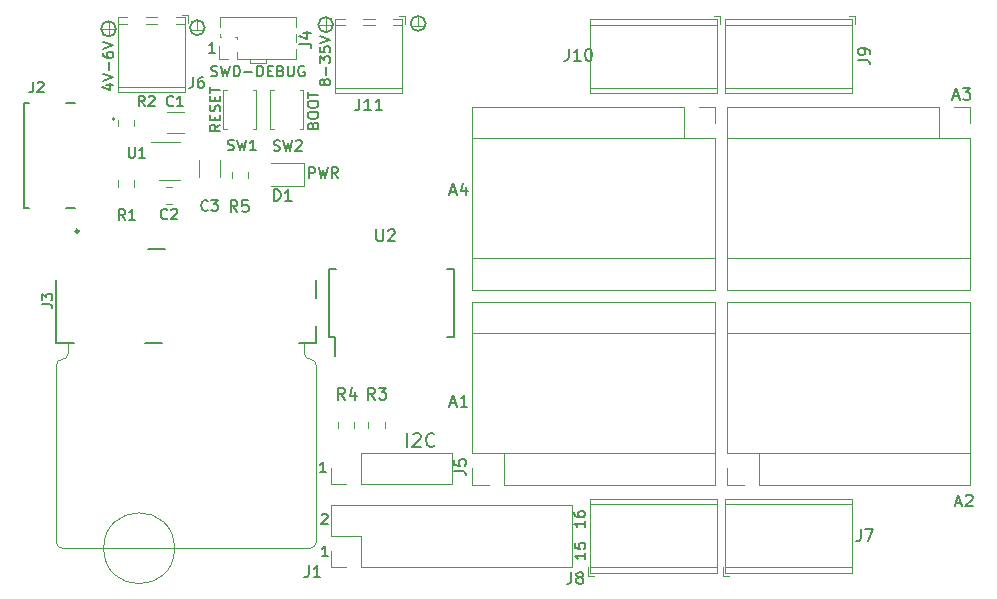
<source format=gbr>
G04 #@! TF.GenerationSoftware,KiCad,Pcbnew,(5.1.8)-1*
G04 #@! TF.CreationDate,2020-12-27T14:08:24+01:00*
G04 #@! TF.ProjectId,mmStep,6d6d5374-6570-42e6-9b69-6361645f7063,rev?*
G04 #@! TF.SameCoordinates,Original*
G04 #@! TF.FileFunction,Legend,Top*
G04 #@! TF.FilePolarity,Positive*
%FSLAX46Y46*%
G04 Gerber Fmt 4.6, Leading zero omitted, Abs format (unit mm)*
G04 Created by KiCad (PCBNEW (5.1.8)-1) date 2020-12-27 14:08:24*
%MOMM*%
%LPD*%
G01*
G04 APERTURE LIST*
%ADD10C,0.152400*%
%ADD11C,0.120000*%
%ADD12C,0.127000*%
%ADD13C,0.150000*%
%ADD14C,0.250000*%
%ADD15C,0.200000*%
G04 APERTURE END LIST*
D10*
X16205200Y-3551766D02*
X15697200Y-3551766D01*
X15951200Y-3551766D02*
X15951200Y-2662766D01*
X15866533Y-2789766D01*
X15781866Y-2874433D01*
X15697200Y-2916766D01*
X25196800Y-42676233D02*
X25239133Y-42633900D01*
X25323800Y-42591566D01*
X25535466Y-42591566D01*
X25620133Y-42633900D01*
X25662466Y-42676233D01*
X25704800Y-42760900D01*
X25704800Y-42845566D01*
X25662466Y-42972566D01*
X25154466Y-43480566D01*
X25704800Y-43480566D01*
X32463014Y-36889871D02*
X32463014Y-35746871D01*
X32952871Y-35855728D02*
X33007300Y-35801300D01*
X33116157Y-35746871D01*
X33388300Y-35746871D01*
X33497157Y-35801300D01*
X33551585Y-35855728D01*
X33606014Y-35964585D01*
X33606014Y-36073442D01*
X33551585Y-36236728D01*
X32898442Y-36889871D01*
X33606014Y-36889871D01*
X34749014Y-36781014D02*
X34694585Y-36835442D01*
X34531300Y-36889871D01*
X34422442Y-36889871D01*
X34259157Y-36835442D01*
X34150300Y-36726585D01*
X34095871Y-36617728D01*
X34041442Y-36400014D01*
X34041442Y-36236728D01*
X34095871Y-36019014D01*
X34150300Y-35910157D01*
X34259157Y-35801300D01*
X34422442Y-35746871D01*
X34531300Y-35746871D01*
X34694585Y-35801300D01*
X34749014Y-35855728D01*
X25446566Y-6129866D02*
X25404233Y-6214533D01*
X25361900Y-6256866D01*
X25277233Y-6299200D01*
X25234900Y-6299200D01*
X25150233Y-6256866D01*
X25107900Y-6214533D01*
X25065566Y-6129866D01*
X25065566Y-5960533D01*
X25107900Y-5875866D01*
X25150233Y-5833533D01*
X25234900Y-5791200D01*
X25277233Y-5791200D01*
X25361900Y-5833533D01*
X25404233Y-5875866D01*
X25446566Y-5960533D01*
X25446566Y-6129866D01*
X25488900Y-6214533D01*
X25531233Y-6256866D01*
X25615900Y-6299200D01*
X25785233Y-6299200D01*
X25869900Y-6256866D01*
X25912233Y-6214533D01*
X25954566Y-6129866D01*
X25954566Y-5960533D01*
X25912233Y-5875866D01*
X25869900Y-5833533D01*
X25785233Y-5791200D01*
X25615900Y-5791200D01*
X25531233Y-5833533D01*
X25488900Y-5875866D01*
X25446566Y-5960533D01*
X25615900Y-5410200D02*
X25615900Y-4732866D01*
X25065566Y-4394200D02*
X25065566Y-3843866D01*
X25404233Y-4140200D01*
X25404233Y-4013200D01*
X25446566Y-3928533D01*
X25488900Y-3886200D01*
X25573566Y-3843866D01*
X25785233Y-3843866D01*
X25869900Y-3886200D01*
X25912233Y-3928533D01*
X25954566Y-4013200D01*
X25954566Y-4267200D01*
X25912233Y-4351866D01*
X25869900Y-4394200D01*
X25065566Y-3039533D02*
X25065566Y-3462866D01*
X25488900Y-3505200D01*
X25446566Y-3462866D01*
X25404233Y-3378200D01*
X25404233Y-3166533D01*
X25446566Y-3081866D01*
X25488900Y-3039533D01*
X25573566Y-2997200D01*
X25785233Y-2997200D01*
X25869900Y-3039533D01*
X25912233Y-3081866D01*
X25954566Y-3166533D01*
X25954566Y-3378200D01*
X25912233Y-3462866D01*
X25869900Y-3505200D01*
X25065566Y-2743200D02*
X25954566Y-2446866D01*
X25065566Y-2150533D01*
D11*
X24917400Y-1168400D02*
X26187400Y-1168400D01*
D12*
X26187400Y-1168400D02*
G75*
G03*
X26187400Y-1168400I-635000J0D01*
G01*
D11*
X25552400Y-533400D02*
X25552400Y-1778000D01*
X32766000Y-1270000D02*
X33934400Y-1270000D01*
D12*
X34010600Y-1066800D02*
G75*
G03*
X34010600Y-1066800I-635000J0D01*
G01*
D11*
X33375600Y-431800D02*
X33375600Y-1270000D01*
D10*
X25603200Y-39060966D02*
X25095200Y-39060966D01*
X25349200Y-39060966D02*
X25349200Y-38171966D01*
X25264533Y-38298966D01*
X25179866Y-38383633D01*
X25095200Y-38425966D01*
X47493766Y-43196933D02*
X47493766Y-43704933D01*
X47493766Y-43450933D02*
X46604766Y-43450933D01*
X46731766Y-43535600D01*
X46816433Y-43620266D01*
X46858766Y-43704933D01*
X46604766Y-42434933D02*
X46604766Y-42604266D01*
X46647100Y-42688933D01*
X46689433Y-42731266D01*
X46816433Y-42815933D01*
X46985766Y-42858266D01*
X47324433Y-42858266D01*
X47409100Y-42815933D01*
X47451433Y-42773600D01*
X47493766Y-42688933D01*
X47493766Y-42519600D01*
X47451433Y-42434933D01*
X47409100Y-42392600D01*
X47324433Y-42350266D01*
X47112766Y-42350266D01*
X47028100Y-42392600D01*
X46985766Y-42434933D01*
X46943433Y-42519600D01*
X46943433Y-42688933D01*
X46985766Y-42773600D01*
X47028100Y-42815933D01*
X47112766Y-42858266D01*
X47544566Y-45889333D02*
X47544566Y-46397333D01*
X47544566Y-46143333D02*
X46655566Y-46143333D01*
X46782566Y-46228000D01*
X46867233Y-46312666D01*
X46909566Y-46397333D01*
X46655566Y-45085000D02*
X46655566Y-45508333D01*
X47078900Y-45550666D01*
X47036566Y-45508333D01*
X46994233Y-45423666D01*
X46994233Y-45212000D01*
X47036566Y-45127333D01*
X47078900Y-45085000D01*
X47163566Y-45042666D01*
X47375233Y-45042666D01*
X47459900Y-45085000D01*
X47502233Y-45127333D01*
X47544566Y-45212000D01*
X47544566Y-45423666D01*
X47502233Y-45508333D01*
X47459900Y-45550666D01*
X25704800Y-46172966D02*
X25196800Y-46172966D01*
X25450800Y-46172966D02*
X25450800Y-45283966D01*
X25366133Y-45410966D01*
X25281466Y-45495633D01*
X25196800Y-45537966D01*
X24163866Y-14118166D02*
X24163866Y-13229166D01*
X24502533Y-13229166D01*
X24587200Y-13271500D01*
X24629533Y-13313833D01*
X24671866Y-13398500D01*
X24671866Y-13525500D01*
X24629533Y-13610166D01*
X24587200Y-13652500D01*
X24502533Y-13694833D01*
X24163866Y-13694833D01*
X24968200Y-13229166D02*
X25179866Y-14118166D01*
X25349200Y-13483166D01*
X25518533Y-14118166D01*
X25730200Y-13229166D01*
X26576866Y-14118166D02*
X26280533Y-13694833D01*
X26068866Y-14118166D02*
X26068866Y-13229166D01*
X26407533Y-13229166D01*
X26492200Y-13271500D01*
X26534533Y-13313833D01*
X26576866Y-13398500D01*
X26576866Y-13525500D01*
X26534533Y-13610166D01*
X26492200Y-13652500D01*
X26407533Y-13694833D01*
X26068866Y-13694833D01*
D11*
X6527800Y-1524000D02*
X7797800Y-1524000D01*
X7162800Y-889000D02*
X7162800Y-2133600D01*
D12*
X7797800Y-1524000D02*
G75*
G03*
X7797800Y-1524000I-635000J0D01*
G01*
D11*
X14681200Y-787400D02*
X14681200Y-1625600D01*
X14071600Y-1625600D02*
X15240000Y-1625600D01*
D12*
X15316200Y-1422400D02*
G75*
G03*
X15316200Y-1422400I-635000J0D01*
G01*
D10*
X24472900Y-9690100D02*
X24515233Y-9563100D01*
X24557566Y-9520766D01*
X24642233Y-9478433D01*
X24769233Y-9478433D01*
X24853900Y-9520766D01*
X24896233Y-9563100D01*
X24938566Y-9647766D01*
X24938566Y-9986433D01*
X24049566Y-9986433D01*
X24049566Y-9690100D01*
X24091900Y-9605433D01*
X24134233Y-9563100D01*
X24218900Y-9520766D01*
X24303566Y-9520766D01*
X24388233Y-9563100D01*
X24430566Y-9605433D01*
X24472900Y-9690100D01*
X24472900Y-9986433D01*
X24049566Y-8928100D02*
X24049566Y-8758766D01*
X24091900Y-8674100D01*
X24176566Y-8589433D01*
X24345900Y-8547100D01*
X24642233Y-8547100D01*
X24811566Y-8589433D01*
X24896233Y-8674100D01*
X24938566Y-8758766D01*
X24938566Y-8928100D01*
X24896233Y-9012766D01*
X24811566Y-9097433D01*
X24642233Y-9139766D01*
X24345900Y-9139766D01*
X24176566Y-9097433D01*
X24091900Y-9012766D01*
X24049566Y-8928100D01*
X24049566Y-7996766D02*
X24049566Y-7827433D01*
X24091900Y-7742766D01*
X24176566Y-7658100D01*
X24345900Y-7615766D01*
X24642233Y-7615766D01*
X24811566Y-7658100D01*
X24896233Y-7742766D01*
X24938566Y-7827433D01*
X24938566Y-7996766D01*
X24896233Y-8081433D01*
X24811566Y-8166100D01*
X24642233Y-8208433D01*
X24345900Y-8208433D01*
X24176566Y-8166100D01*
X24091900Y-8081433D01*
X24049566Y-7996766D01*
X24049566Y-7361766D02*
X24049566Y-6853766D01*
X24938566Y-7107766D02*
X24049566Y-7107766D01*
X16607366Y-9622366D02*
X16184033Y-9918699D01*
X16607366Y-10130366D02*
X15718366Y-10130366D01*
X15718366Y-9791699D01*
X15760700Y-9707033D01*
X15803033Y-9664699D01*
X15887700Y-9622366D01*
X16014700Y-9622366D01*
X16099366Y-9664699D01*
X16141700Y-9707033D01*
X16184033Y-9791699D01*
X16184033Y-10130366D01*
X16141700Y-9241366D02*
X16141700Y-8945033D01*
X16607366Y-8818033D02*
X16607366Y-9241366D01*
X15718366Y-9241366D01*
X15718366Y-8818033D01*
X16565033Y-8479366D02*
X16607366Y-8352366D01*
X16607366Y-8140700D01*
X16565033Y-8056033D01*
X16522700Y-8013700D01*
X16438033Y-7971366D01*
X16353366Y-7971366D01*
X16268700Y-8013700D01*
X16226366Y-8056033D01*
X16184033Y-8140700D01*
X16141700Y-8310033D01*
X16099366Y-8394700D01*
X16057033Y-8437033D01*
X15972366Y-8479366D01*
X15887700Y-8479366D01*
X15803033Y-8437033D01*
X15760700Y-8394700D01*
X15718366Y-8310033D01*
X15718366Y-8098366D01*
X15760700Y-7971366D01*
X16141700Y-7590366D02*
X16141700Y-7294033D01*
X16607366Y-7167033D02*
X16607366Y-7590366D01*
X15718366Y-7590366D01*
X15718366Y-7167033D01*
X15718366Y-6913033D02*
X15718366Y-6405033D01*
X16607366Y-6659033D02*
X15718366Y-6659033D01*
D11*
X20523200Y-4419600D02*
X20523200Y-4114800D01*
X19151600Y-4419600D02*
X20523200Y-4419600D01*
X19151600Y-4114800D02*
X19151600Y-4419600D01*
D10*
X6972300Y-6239933D02*
X7564966Y-6239933D01*
X6633633Y-6451600D02*
X7268633Y-6663266D01*
X7268633Y-6112933D01*
X6675966Y-5901266D02*
X7564966Y-5604933D01*
X6675966Y-5308600D01*
X7226300Y-5012266D02*
X7226300Y-4334933D01*
X6675966Y-3530600D02*
X6675966Y-3699933D01*
X6718300Y-3784600D01*
X6760633Y-3826933D01*
X6887633Y-3911600D01*
X7056966Y-3953933D01*
X7395633Y-3953933D01*
X7480300Y-3911600D01*
X7522633Y-3869266D01*
X7564966Y-3784600D01*
X7564966Y-3615266D01*
X7522633Y-3530600D01*
X7480300Y-3488266D01*
X7395633Y-3445933D01*
X7183966Y-3445933D01*
X7099300Y-3488266D01*
X7056966Y-3530600D01*
X7014633Y-3615266D01*
X7014633Y-3784600D01*
X7056966Y-3869266D01*
X7099300Y-3911600D01*
X7183966Y-3953933D01*
X6675966Y-3191933D02*
X7564966Y-2895600D01*
X6675966Y-2599266D01*
D13*
X15853833Y-5490633D02*
X15980833Y-5532966D01*
X16192500Y-5532966D01*
X16277166Y-5490633D01*
X16319500Y-5448300D01*
X16361833Y-5363633D01*
X16361833Y-5278966D01*
X16319500Y-5194300D01*
X16277166Y-5151966D01*
X16192500Y-5109633D01*
X16023166Y-5067300D01*
X15938500Y-5024966D01*
X15896166Y-4982633D01*
X15853833Y-4897966D01*
X15853833Y-4813300D01*
X15896166Y-4728633D01*
X15938500Y-4686300D01*
X16023166Y-4643966D01*
X16234833Y-4643966D01*
X16361833Y-4686300D01*
X16658166Y-4643966D02*
X16869833Y-5532966D01*
X17039166Y-4897966D01*
X17208500Y-5532966D01*
X17420166Y-4643966D01*
X17758833Y-5532966D02*
X17758833Y-4643966D01*
X17970500Y-4643966D01*
X18097500Y-4686300D01*
X18182166Y-4770966D01*
X18224500Y-4855633D01*
X18266833Y-5024966D01*
X18266833Y-5151966D01*
X18224500Y-5321300D01*
X18182166Y-5405966D01*
X18097500Y-5490633D01*
X17970500Y-5532966D01*
X17758833Y-5532966D01*
X18647833Y-5194300D02*
X19325166Y-5194300D01*
X19748500Y-5532966D02*
X19748500Y-4643966D01*
X19960166Y-4643966D01*
X20087166Y-4686300D01*
X20171833Y-4770966D01*
X20214166Y-4855633D01*
X20256500Y-5024966D01*
X20256500Y-5151966D01*
X20214166Y-5321300D01*
X20171833Y-5405966D01*
X20087166Y-5490633D01*
X19960166Y-5532966D01*
X19748500Y-5532966D01*
X20637500Y-5067300D02*
X20933833Y-5067300D01*
X21060833Y-5532966D02*
X20637500Y-5532966D01*
X20637500Y-4643966D01*
X21060833Y-4643966D01*
X21738166Y-5067300D02*
X21865166Y-5109633D01*
X21907500Y-5151966D01*
X21949833Y-5236633D01*
X21949833Y-5363633D01*
X21907500Y-5448300D01*
X21865166Y-5490633D01*
X21780500Y-5532966D01*
X21441833Y-5532966D01*
X21441833Y-4643966D01*
X21738166Y-4643966D01*
X21822833Y-4686300D01*
X21865166Y-4728633D01*
X21907500Y-4813300D01*
X21907500Y-4897966D01*
X21865166Y-4982633D01*
X21822833Y-5024966D01*
X21738166Y-5067300D01*
X21441833Y-5067300D01*
X22330833Y-4643966D02*
X22330833Y-5363633D01*
X22373166Y-5448300D01*
X22415500Y-5490633D01*
X22500166Y-5532966D01*
X22669500Y-5532966D01*
X22754166Y-5490633D01*
X22796500Y-5448300D01*
X22838833Y-5363633D01*
X22838833Y-4643966D01*
X23727833Y-4686300D02*
X23643166Y-4643966D01*
X23516166Y-4643966D01*
X23389166Y-4686300D01*
X23304500Y-4770966D01*
X23262166Y-4855633D01*
X23219833Y-5024966D01*
X23219833Y-5151966D01*
X23262166Y-5321300D01*
X23304500Y-5405966D01*
X23389166Y-5490633D01*
X23516166Y-5532966D01*
X23600833Y-5532966D01*
X23727833Y-5490633D01*
X23770166Y-5448300D01*
X23770166Y-5151966D01*
X23600833Y-5151966D01*
D11*
X3753600Y-29000000D02*
G75*
G02*
X3253600Y-29500000I-500000J0D01*
G01*
X2753600Y-30000000D02*
G75*
G02*
X3253600Y-29500000I500000J0D01*
G01*
X24253600Y-29500000D02*
G75*
G02*
X23753600Y-29000000I0J500000D01*
G01*
X24253600Y-29500000D02*
G75*
G02*
X24753600Y-30000000I0J-500000D01*
G01*
X3253600Y-45500000D02*
G75*
G02*
X2753600Y-45000000I0J500000D01*
G01*
X24753600Y-45000000D02*
G75*
G02*
X24253600Y-45500000I-500000J0D01*
G01*
D14*
X4628600Y-18655000D02*
G75*
G03*
X4628600Y-18655000I-125000J0D01*
G01*
D13*
X10528600Y-20155000D02*
X11978600Y-20155000D01*
X24753600Y-28105000D02*
X24753600Y-26680000D01*
X24753600Y-24330000D02*
X24753600Y-22755000D01*
X2753600Y-28105000D02*
X4228600Y-28105000D01*
X10278600Y-28105000D02*
X11728600Y-28105000D01*
X23278600Y-28105000D02*
X24753600Y-28105000D01*
X2753600Y-28105000D02*
X2753600Y-22755000D01*
D11*
X3753600Y-29000000D02*
X3753600Y-28100000D01*
X12753600Y-45500000D02*
G75*
G03*
X12753600Y-45500000I-3000000J0D01*
G01*
X3253600Y-45500000D02*
X24253600Y-45500000D01*
X24753600Y-45000000D02*
X24753600Y-30000000D01*
X23753600Y-29000000D02*
X23753600Y-28100000D01*
X2753600Y-45000000D02*
X2753600Y-30000000D01*
X58550000Y-20955000D02*
X37970000Y-20955000D01*
X55880000Y-10795000D02*
X37970000Y-10795000D01*
X58550000Y-9525000D02*
X58550000Y-8125000D01*
X58550000Y-8125000D02*
X57150000Y-8125000D01*
X58550000Y-10795000D02*
X55880000Y-10795000D01*
X55880000Y-10795000D02*
X55880000Y-8125000D01*
X55880000Y-8125000D02*
X37970000Y-8125000D01*
X37970000Y-8125000D02*
X37970000Y-23625000D01*
X37970000Y-23625000D02*
X58550000Y-23625000D01*
X58550000Y-23625000D02*
X58550000Y-10795000D01*
X80140000Y-20955000D02*
X59560000Y-20955000D01*
X77470000Y-10795000D02*
X59560000Y-10795000D01*
X80140000Y-9525000D02*
X80140000Y-8125000D01*
X80140000Y-8125000D02*
X78740000Y-8125000D01*
X80140000Y-10795000D02*
X77470000Y-10795000D01*
X77470000Y-10795000D02*
X77470000Y-8125000D01*
X77470000Y-8125000D02*
X59560000Y-8125000D01*
X59560000Y-8125000D02*
X59560000Y-23625000D01*
X59560000Y-23625000D02*
X80140000Y-23625000D01*
X80140000Y-23625000D02*
X80140000Y-10795000D01*
X37970000Y-27305000D02*
X58550000Y-27305000D01*
X40640000Y-37465000D02*
X58550000Y-37465000D01*
X37970000Y-38735000D02*
X37970000Y-40135000D01*
X37970000Y-40135000D02*
X39370000Y-40135000D01*
X37970000Y-37465000D02*
X40640000Y-37465000D01*
X40640000Y-37465000D02*
X40640000Y-40135000D01*
X40640000Y-40135000D02*
X58550000Y-40135000D01*
X58550000Y-40135000D02*
X58550000Y-24635000D01*
X58550000Y-24635000D02*
X37970000Y-24635000D01*
X37970000Y-24635000D02*
X37970000Y-37465000D01*
X59560000Y-27305000D02*
X80140000Y-27305000D01*
X62230000Y-37465000D02*
X80140000Y-37465000D01*
X59560000Y-38735000D02*
X59560000Y-40135000D01*
X59560000Y-40135000D02*
X60960000Y-40135000D01*
X59560000Y-37465000D02*
X62230000Y-37465000D01*
X62230000Y-37465000D02*
X62230000Y-40135000D01*
X62230000Y-40135000D02*
X80140000Y-40135000D01*
X80140000Y-40135000D02*
X80140000Y-24635000D01*
X80140000Y-24635000D02*
X59560000Y-24635000D01*
X59560000Y-24635000D02*
X59560000Y-37465000D01*
X26569600Y-35322252D02*
X26569600Y-34799748D01*
X27989600Y-35322252D02*
X27989600Y-34799748D01*
X29160400Y-35322252D02*
X29160400Y-34799748D01*
X30580400Y-35322252D02*
X30580400Y-34799748D01*
X36255000Y-40065000D02*
X36255000Y-37405000D01*
X28575000Y-40065000D02*
X36255000Y-40065000D01*
X28575000Y-37405000D02*
X36255000Y-37405000D01*
X28575000Y-40065000D02*
X28575000Y-37405000D01*
X27305000Y-40065000D02*
X25975000Y-40065000D01*
X25975000Y-40065000D02*
X25975000Y-38735000D01*
X46415000Y-47050000D02*
X46415000Y-41850000D01*
X28575000Y-47050000D02*
X46415000Y-47050000D01*
X25975000Y-41850000D02*
X46415000Y-41850000D01*
X28575000Y-47050000D02*
X28575000Y-44450000D01*
X28575000Y-44450000D02*
X25975000Y-44450000D01*
X25975000Y-44450000D02*
X25975000Y-41850000D01*
X27305000Y-47050000D02*
X25975000Y-47050000D01*
X25975000Y-47050000D02*
X25975000Y-45720000D01*
D13*
X26365000Y-27640000D02*
X26365000Y-29240000D01*
X36440000Y-27640000D02*
X36440000Y-21890000D01*
X25790000Y-27640000D02*
X25790000Y-21890000D01*
X36440000Y-27640000D02*
X35790000Y-27640000D01*
X36440000Y-21890000D02*
X35790000Y-21890000D01*
X25790000Y-21890000D02*
X26440000Y-21890000D01*
X25790000Y-27640000D02*
X26365000Y-27640000D01*
D11*
X32280000Y-410000D02*
X31780000Y-410000D01*
X32280000Y-1150000D02*
X32280000Y-410000D01*
X26380000Y-6970000D02*
X26380000Y-650000D01*
X32040000Y-6970000D02*
X32040000Y-650000D01*
X27150000Y-650000D02*
X26380000Y-650000D01*
X29690000Y-650000D02*
X28730000Y-650000D01*
X32040000Y-650000D02*
X31270000Y-650000D01*
X32040000Y-6970000D02*
X26380000Y-6970000D01*
X32040000Y-6510000D02*
X26380000Y-6510000D01*
X27150000Y-1210000D02*
X26380000Y-1210000D01*
X29690000Y-1210000D02*
X28730000Y-1210000D01*
X32040000Y-1210000D02*
X31270000Y-1210000D01*
X70380000Y-410000D02*
X69880000Y-410000D01*
X70380000Y-1150000D02*
X70380000Y-410000D01*
X59400000Y-6970000D02*
X59400000Y-650000D01*
X70140000Y-6970000D02*
X70140000Y-650000D01*
X70140000Y-650000D02*
X59400000Y-650000D01*
X70140000Y-6970000D02*
X59400000Y-6970000D01*
X70140000Y-6510000D02*
X59400000Y-6510000D01*
X70140000Y-1210000D02*
X59400000Y-1210000D01*
X58950000Y-410000D02*
X58450000Y-410000D01*
X58950000Y-1150000D02*
X58950000Y-410000D01*
X47970000Y-6970000D02*
X47970000Y-650000D01*
X58710000Y-6970000D02*
X58710000Y-650000D01*
X58710000Y-650000D02*
X47970000Y-650000D01*
X58710000Y-6970000D02*
X47970000Y-6970000D01*
X58710000Y-6510000D02*
X47970000Y-6510000D01*
X58710000Y-1210000D02*
X47970000Y-1210000D01*
X47730000Y-47850000D02*
X48230000Y-47850000D01*
X47730000Y-47110000D02*
X47730000Y-47850000D01*
X58710000Y-41290000D02*
X58710000Y-47610000D01*
X47970000Y-41290000D02*
X47970000Y-47610000D01*
X47970000Y-47610000D02*
X58710000Y-47610000D01*
X47970000Y-41290000D02*
X58710000Y-41290000D01*
X47970000Y-41750000D02*
X58710000Y-41750000D01*
X47970000Y-47050000D02*
X58710000Y-47050000D01*
X59160000Y-47850000D02*
X59660000Y-47850000D01*
X59160000Y-47110000D02*
X59160000Y-47850000D01*
X70140000Y-41290000D02*
X70140000Y-47610000D01*
X59400000Y-41290000D02*
X59400000Y-47610000D01*
X59400000Y-47610000D02*
X70140000Y-47610000D01*
X59400000Y-41290000D02*
X70140000Y-41290000D01*
X59400000Y-41750000D02*
X70140000Y-41750000D01*
X59400000Y-47050000D02*
X70140000Y-47050000D01*
D15*
X7700000Y-9150000D02*
G75*
G03*
X7700000Y-9150000I-100000J0D01*
G01*
D12*
X4295000Y-7780000D02*
X3530000Y-7780000D01*
X50000Y-7780000D02*
X470000Y-7780000D01*
X50000Y-16720000D02*
X50000Y-7780000D01*
X470000Y-16720000D02*
X50000Y-16720000D01*
X4295000Y-16720000D02*
X3530000Y-16720000D01*
D11*
X17578000Y-13607148D02*
X17578000Y-14129652D01*
X18998000Y-13607148D02*
X18998000Y-14129652D01*
X23754800Y-12908400D02*
X20894800Y-12908400D01*
X23754800Y-14828400D02*
X23754800Y-12908400D01*
X20894800Y-14828400D02*
X23754800Y-14828400D01*
X23350400Y-10032000D02*
X23650400Y-10032000D01*
X23650400Y-10032000D02*
X23650400Y-6732000D01*
X23650400Y-6732000D02*
X23350400Y-6732000D01*
X21150400Y-10032000D02*
X20850400Y-10032000D01*
X20850400Y-10032000D02*
X20850400Y-6732000D01*
X20850400Y-6732000D02*
X21150400Y-6732000D01*
X19388000Y-10008400D02*
X19688000Y-10008400D01*
X19688000Y-10008400D02*
X19688000Y-6708400D01*
X19688000Y-6708400D02*
X19388000Y-6708400D01*
X17188000Y-10008400D02*
X16888000Y-10008400D01*
X16888000Y-10008400D02*
X16888000Y-6708400D01*
X16888000Y-6708400D02*
X17188000Y-6708400D01*
X23047000Y-4076400D02*
X23047000Y-3253930D01*
X23047000Y-1368870D02*
X23047000Y-546400D01*
X23047000Y-2638870D02*
X23047000Y-1983930D01*
X18032000Y-4076400D02*
X23047000Y-4076400D01*
X16577000Y-546400D02*
X23047000Y-546400D01*
X18032000Y-4076400D02*
X18032000Y-3509871D01*
X18032000Y-2382929D02*
X18032000Y-2239871D01*
X17978529Y-2186400D02*
X17835471Y-2186400D01*
X16708529Y-2186400D02*
X16577000Y-2186400D01*
X16577000Y-2186400D02*
X16577000Y-1983930D01*
X16577000Y-1368870D02*
X16577000Y-546400D01*
X17272000Y-4076400D02*
X16512000Y-4076400D01*
X16512000Y-4076400D02*
X16512000Y-2946400D01*
X7940000Y-9736252D02*
X7940000Y-9213748D01*
X9360000Y-9736252D02*
X9360000Y-9213748D01*
X9360000Y-14360148D02*
X9360000Y-14882652D01*
X7940000Y-14360148D02*
X7940000Y-14882652D01*
X13650400Y-1108400D02*
X12880400Y-1108400D01*
X11300400Y-1108400D02*
X10340400Y-1108400D01*
X8760400Y-1108400D02*
X7990400Y-1108400D01*
X13650400Y-6408400D02*
X7990400Y-6408400D01*
X13650400Y-6868400D02*
X7990400Y-6868400D01*
X13650400Y-548400D02*
X12880400Y-548400D01*
X11300400Y-548400D02*
X10340400Y-548400D01*
X8760400Y-548400D02*
X7990400Y-548400D01*
X13650400Y-6868400D02*
X13650400Y-548400D01*
X7990400Y-6868400D02*
X7990400Y-548400D01*
X13890400Y-1048400D02*
X13890400Y-308400D01*
X13890400Y-308400D02*
X13390400Y-308400D01*
X11444400Y-14294000D02*
X13244400Y-14294000D01*
X13244400Y-11074000D02*
X10794400Y-11074000D01*
X16607200Y-12633148D02*
X16607200Y-14055652D01*
X14787200Y-12633148D02*
X14787200Y-14055652D01*
X12554852Y-16340400D02*
X12032348Y-16340400D01*
X12554852Y-14920400D02*
X12032348Y-14920400D01*
X12102648Y-8538800D02*
X13525152Y-8538800D01*
X12102648Y-10358800D02*
X13525152Y-10358800D01*
D10*
X1494366Y-24835273D02*
X2129366Y-24835273D01*
X2256366Y-24877606D01*
X2341033Y-24962273D01*
X2383366Y-25089273D01*
X2383366Y-25173940D01*
X1494366Y-24496606D02*
X1494366Y-23946273D01*
X1833033Y-24242606D01*
X1833033Y-24115606D01*
X1875366Y-24030940D01*
X1917700Y-23988606D01*
X2002366Y-23946273D01*
X2214033Y-23946273D01*
X2298700Y-23988606D01*
X2341033Y-24030940D01*
X2383366Y-24115606D01*
X2383366Y-24369606D01*
X2341033Y-24454273D01*
X2298700Y-24496606D01*
D13*
X36115714Y-15305066D02*
X36591904Y-15305066D01*
X36020476Y-15590780D02*
X36353809Y-14590780D01*
X36687142Y-15590780D01*
X37449047Y-14924114D02*
X37449047Y-15590780D01*
X37210952Y-14543161D02*
X36972857Y-15257447D01*
X37591904Y-15257447D01*
X78686114Y-7227866D02*
X79162304Y-7227866D01*
X78590876Y-7513580D02*
X78924209Y-6513580D01*
X79257542Y-7513580D01*
X79495638Y-6513580D02*
X80114685Y-6513580D01*
X79781352Y-6894533D01*
X79924209Y-6894533D01*
X80019447Y-6942152D01*
X80067066Y-6989771D01*
X80114685Y-7085009D01*
X80114685Y-7323104D01*
X80067066Y-7418342D01*
X80019447Y-7465961D01*
X79924209Y-7513580D01*
X79638495Y-7513580D01*
X79543257Y-7465961D01*
X79495638Y-7418342D01*
X36115714Y-33237466D02*
X36591904Y-33237466D01*
X36020476Y-33523180D02*
X36353809Y-32523180D01*
X36687142Y-33523180D01*
X37544285Y-33523180D02*
X36972857Y-33523180D01*
X37258571Y-33523180D02*
X37258571Y-32523180D01*
X37163333Y-32666038D01*
X37068095Y-32761276D01*
X36972857Y-32808895D01*
X78889314Y-41670266D02*
X79365504Y-41670266D01*
X78794076Y-41955980D02*
X79127409Y-40955980D01*
X79460742Y-41955980D01*
X79746457Y-41051219D02*
X79794076Y-41003600D01*
X79889314Y-40955980D01*
X80127409Y-40955980D01*
X80222647Y-41003600D01*
X80270266Y-41051219D01*
X80317885Y-41146457D01*
X80317885Y-41241695D01*
X80270266Y-41384552D01*
X79698838Y-41955980D01*
X80317885Y-41955980D01*
X27189133Y-32906180D02*
X26855800Y-32429990D01*
X26617704Y-32906180D02*
X26617704Y-31906180D01*
X26998657Y-31906180D01*
X27093895Y-31953800D01*
X27141514Y-32001419D01*
X27189133Y-32096657D01*
X27189133Y-32239514D01*
X27141514Y-32334752D01*
X27093895Y-32382371D01*
X26998657Y-32429990D01*
X26617704Y-32429990D01*
X28046276Y-32239514D02*
X28046276Y-32906180D01*
X27808180Y-31858561D02*
X27570085Y-32572847D01*
X28189133Y-32572847D01*
X29729133Y-32906180D02*
X29395800Y-32429990D01*
X29157704Y-32906180D02*
X29157704Y-31906180D01*
X29538657Y-31906180D01*
X29633895Y-31953800D01*
X29681514Y-32001419D01*
X29729133Y-32096657D01*
X29729133Y-32239514D01*
X29681514Y-32334752D01*
X29633895Y-32382371D01*
X29538657Y-32429990D01*
X29157704Y-32429990D01*
X30062466Y-31906180D02*
X30681514Y-31906180D01*
X30348180Y-32287133D01*
X30491038Y-32287133D01*
X30586276Y-32334752D01*
X30633895Y-32382371D01*
X30681514Y-32477609D01*
X30681514Y-32715704D01*
X30633895Y-32810942D01*
X30586276Y-32858561D01*
X30491038Y-32906180D01*
X30205323Y-32906180D01*
X30110085Y-32858561D01*
X30062466Y-32810942D01*
X36434780Y-38941333D02*
X37149066Y-38941333D01*
X37291923Y-38988952D01*
X37387161Y-39084190D01*
X37434780Y-39227047D01*
X37434780Y-39322285D01*
X36434780Y-37988952D02*
X36434780Y-38465142D01*
X36910971Y-38512761D01*
X36863352Y-38465142D01*
X36815733Y-38369904D01*
X36815733Y-38131809D01*
X36863352Y-38036571D01*
X36910971Y-37988952D01*
X37006209Y-37941333D01*
X37244304Y-37941333D01*
X37339542Y-37988952D01*
X37387161Y-38036571D01*
X37434780Y-38131809D01*
X37434780Y-38369904D01*
X37387161Y-38465142D01*
X37339542Y-38512761D01*
X24101466Y-46950380D02*
X24101466Y-47664666D01*
X24053847Y-47807523D01*
X23958609Y-47902761D01*
X23815752Y-47950380D01*
X23720514Y-47950380D01*
X25101466Y-47950380D02*
X24530038Y-47950380D01*
X24815752Y-47950380D02*
X24815752Y-46950380D01*
X24720514Y-47093238D01*
X24625276Y-47188476D01*
X24530038Y-47236095D01*
X29845095Y-18502380D02*
X29845095Y-19311904D01*
X29892714Y-19407142D01*
X29940333Y-19454761D01*
X30035571Y-19502380D01*
X30226047Y-19502380D01*
X30321285Y-19454761D01*
X30368904Y-19407142D01*
X30416523Y-19311904D01*
X30416523Y-18502380D01*
X30845095Y-18597619D02*
X30892714Y-18550000D01*
X30987952Y-18502380D01*
X31226047Y-18502380D01*
X31321285Y-18550000D01*
X31368904Y-18597619D01*
X31416523Y-18692857D01*
X31416523Y-18788095D01*
X31368904Y-18930952D01*
X30797476Y-19502380D01*
X31416523Y-19502380D01*
X28400476Y-7422380D02*
X28400476Y-8136666D01*
X28352857Y-8279523D01*
X28257619Y-8374761D01*
X28114761Y-8422380D01*
X28019523Y-8422380D01*
X29400476Y-8422380D02*
X28829047Y-8422380D01*
X29114761Y-8422380D02*
X29114761Y-7422380D01*
X29019523Y-7565238D01*
X28924285Y-7660476D01*
X28829047Y-7708095D01*
X30352857Y-8422380D02*
X29781428Y-8422380D01*
X30067142Y-8422380D02*
X30067142Y-7422380D01*
X29971904Y-7565238D01*
X29876666Y-7660476D01*
X29781428Y-7708095D01*
X70623180Y-4143333D02*
X71337466Y-4143333D01*
X71480323Y-4190952D01*
X71575561Y-4286190D01*
X71623180Y-4429047D01*
X71623180Y-4524285D01*
X71623180Y-3619523D02*
X71623180Y-3429047D01*
X71575561Y-3333809D01*
X71527942Y-3286190D01*
X71385085Y-3190952D01*
X71194609Y-3143333D01*
X70813657Y-3143333D01*
X70718419Y-3190952D01*
X70670800Y-3238571D01*
X70623180Y-3333809D01*
X70623180Y-3524285D01*
X70670800Y-3619523D01*
X70718419Y-3667142D01*
X70813657Y-3714761D01*
X71051752Y-3714761D01*
X71146990Y-3667142D01*
X71194609Y-3619523D01*
X71242228Y-3524285D01*
X71242228Y-3333809D01*
X71194609Y-3238571D01*
X71146990Y-3190952D01*
X71051752Y-3143333D01*
X46129676Y-3211580D02*
X46129676Y-3925866D01*
X46082057Y-4068723D01*
X45986819Y-4163961D01*
X45843961Y-4211580D01*
X45748723Y-4211580D01*
X47129676Y-4211580D02*
X46558247Y-4211580D01*
X46843961Y-4211580D02*
X46843961Y-3211580D01*
X46748723Y-3354438D01*
X46653485Y-3449676D01*
X46558247Y-3497295D01*
X47748723Y-3211580D02*
X47843961Y-3211580D01*
X47939200Y-3259200D01*
X47986819Y-3306819D01*
X48034438Y-3402057D01*
X48082057Y-3592533D01*
X48082057Y-3830628D01*
X48034438Y-4021104D01*
X47986819Y-4116342D01*
X47939200Y-4163961D01*
X47843961Y-4211580D01*
X47748723Y-4211580D01*
X47653485Y-4163961D01*
X47605866Y-4116342D01*
X47558247Y-4021104D01*
X47510628Y-3830628D01*
X47510628Y-3592533D01*
X47558247Y-3402057D01*
X47605866Y-3306819D01*
X47653485Y-3259200D01*
X47748723Y-3211580D01*
X46351866Y-47509180D02*
X46351866Y-48223466D01*
X46304247Y-48366323D01*
X46209009Y-48461561D01*
X46066152Y-48509180D01*
X45970914Y-48509180D01*
X46970914Y-47937752D02*
X46875676Y-47890133D01*
X46828057Y-47842514D01*
X46780438Y-47747276D01*
X46780438Y-47699657D01*
X46828057Y-47604419D01*
X46875676Y-47556800D01*
X46970914Y-47509180D01*
X47161390Y-47509180D01*
X47256628Y-47556800D01*
X47304247Y-47604419D01*
X47351866Y-47699657D01*
X47351866Y-47747276D01*
X47304247Y-47842514D01*
X47256628Y-47890133D01*
X47161390Y-47937752D01*
X46970914Y-47937752D01*
X46875676Y-47985371D01*
X46828057Y-48032990D01*
X46780438Y-48128228D01*
X46780438Y-48318704D01*
X46828057Y-48413942D01*
X46875676Y-48461561D01*
X46970914Y-48509180D01*
X47161390Y-48509180D01*
X47256628Y-48461561D01*
X47304247Y-48413942D01*
X47351866Y-48318704D01*
X47351866Y-48128228D01*
X47304247Y-48032990D01*
X47256628Y-47985371D01*
X47161390Y-47937752D01*
X70837466Y-43902380D02*
X70837466Y-44616666D01*
X70789847Y-44759523D01*
X70694609Y-44854761D01*
X70551752Y-44902380D01*
X70456514Y-44902380D01*
X71218419Y-43902380D02*
X71885085Y-43902380D01*
X71456514Y-44902380D01*
D10*
X770466Y-6015566D02*
X770466Y-6650566D01*
X728133Y-6777566D01*
X643466Y-6862233D01*
X516466Y-6904566D01*
X431800Y-6904566D01*
X1151466Y-6100233D02*
X1193800Y-6057900D01*
X1278466Y-6015566D01*
X1490133Y-6015566D01*
X1574800Y-6057900D01*
X1617133Y-6100233D01*
X1659466Y-6184900D01*
X1659466Y-6269566D01*
X1617133Y-6396566D01*
X1109133Y-6904566D01*
X1659466Y-6904566D01*
D13*
X18070533Y-17013180D02*
X17737200Y-16536990D01*
X17499104Y-17013180D02*
X17499104Y-16013180D01*
X17880057Y-16013180D01*
X17975295Y-16060800D01*
X18022914Y-16108419D01*
X18070533Y-16203657D01*
X18070533Y-16346514D01*
X18022914Y-16441752D01*
X17975295Y-16489371D01*
X17880057Y-16536990D01*
X17499104Y-16536990D01*
X18975295Y-16013180D02*
X18499104Y-16013180D01*
X18451485Y-16489371D01*
X18499104Y-16441752D01*
X18594342Y-16394133D01*
X18832438Y-16394133D01*
X18927676Y-16441752D01*
X18975295Y-16489371D01*
X19022914Y-16584609D01*
X19022914Y-16822704D01*
X18975295Y-16917942D01*
X18927676Y-16965561D01*
X18832438Y-17013180D01*
X18594342Y-17013180D01*
X18499104Y-16965561D01*
X18451485Y-16917942D01*
X21156704Y-16098780D02*
X21156704Y-15098780D01*
X21394800Y-15098780D01*
X21537657Y-15146400D01*
X21632895Y-15241638D01*
X21680514Y-15336876D01*
X21728133Y-15527352D01*
X21728133Y-15670209D01*
X21680514Y-15860685D01*
X21632895Y-15955923D01*
X21537657Y-16051161D01*
X21394800Y-16098780D01*
X21156704Y-16098780D01*
X22680514Y-16098780D02*
X22109085Y-16098780D01*
X22394800Y-16098780D02*
X22394800Y-15098780D01*
X22299561Y-15241638D01*
X22204323Y-15336876D01*
X22109085Y-15384495D01*
D10*
X21166666Y-11789833D02*
X21293666Y-11832166D01*
X21505333Y-11832166D01*
X21590000Y-11789833D01*
X21632333Y-11747500D01*
X21674666Y-11662833D01*
X21674666Y-11578166D01*
X21632333Y-11493500D01*
X21590000Y-11451166D01*
X21505333Y-11408833D01*
X21336000Y-11366500D01*
X21251333Y-11324166D01*
X21209000Y-11281833D01*
X21166666Y-11197166D01*
X21166666Y-11112500D01*
X21209000Y-11027833D01*
X21251333Y-10985500D01*
X21336000Y-10943166D01*
X21547666Y-10943166D01*
X21674666Y-10985500D01*
X21971000Y-10943166D02*
X22182666Y-11832166D01*
X22352000Y-11197166D01*
X22521333Y-11832166D01*
X22733000Y-10943166D01*
X23029333Y-11027833D02*
X23071666Y-10985500D01*
X23156333Y-10943166D01*
X23368000Y-10943166D01*
X23452666Y-10985500D01*
X23495000Y-11027833D01*
X23537333Y-11112500D01*
X23537333Y-11197166D01*
X23495000Y-11324166D01*
X22987000Y-11832166D01*
X23537333Y-11832166D01*
X17255066Y-11739033D02*
X17382066Y-11781366D01*
X17593733Y-11781366D01*
X17678400Y-11739033D01*
X17720733Y-11696700D01*
X17763066Y-11612033D01*
X17763066Y-11527366D01*
X17720733Y-11442700D01*
X17678400Y-11400366D01*
X17593733Y-11358033D01*
X17424400Y-11315700D01*
X17339733Y-11273366D01*
X17297400Y-11231033D01*
X17255066Y-11146366D01*
X17255066Y-11061700D01*
X17297400Y-10977033D01*
X17339733Y-10934700D01*
X17424400Y-10892366D01*
X17636066Y-10892366D01*
X17763066Y-10934700D01*
X18059400Y-10892366D02*
X18271066Y-11781366D01*
X18440400Y-11146366D01*
X18609733Y-11781366D01*
X18821400Y-10892366D01*
X19625733Y-11781366D02*
X19117733Y-11781366D01*
X19371733Y-11781366D02*
X19371733Y-10892366D01*
X19287066Y-11019366D01*
X19202400Y-11104033D01*
X19117733Y-11146366D01*
D13*
X23328380Y-2771733D02*
X24042666Y-2771733D01*
X24185523Y-2819352D01*
X24280761Y-2914590D01*
X24328380Y-3057447D01*
X24328380Y-3152685D01*
X23661714Y-1866971D02*
X24328380Y-1866971D01*
X23280761Y-2105066D02*
X23995047Y-2343161D01*
X23995047Y-1724114D01*
D10*
X10215033Y-8072966D02*
X9918700Y-7649633D01*
X9707033Y-8072966D02*
X9707033Y-7183966D01*
X10045700Y-7183966D01*
X10130366Y-7226300D01*
X10172700Y-7268633D01*
X10215033Y-7353300D01*
X10215033Y-7480300D01*
X10172700Y-7564966D01*
X10130366Y-7607300D01*
X10045700Y-7649633D01*
X9707033Y-7649633D01*
X10553700Y-7268633D02*
X10596033Y-7226300D01*
X10680700Y-7183966D01*
X10892366Y-7183966D01*
X10977033Y-7226300D01*
X11019366Y-7268633D01*
X11061700Y-7353300D01*
X11061700Y-7437966D01*
X11019366Y-7564966D01*
X10511366Y-8072966D01*
X11061700Y-8072966D01*
X8589433Y-17674166D02*
X8293100Y-17250833D01*
X8081433Y-17674166D02*
X8081433Y-16785166D01*
X8420100Y-16785166D01*
X8504766Y-16827500D01*
X8547100Y-16869833D01*
X8589433Y-16954500D01*
X8589433Y-17081500D01*
X8547100Y-17166166D01*
X8504766Y-17208500D01*
X8420100Y-17250833D01*
X8081433Y-17250833D01*
X9436100Y-17674166D02*
X8928100Y-17674166D01*
X9182100Y-17674166D02*
X9182100Y-16785166D01*
X9097433Y-16912166D01*
X9012766Y-16996833D01*
X8928100Y-17039166D01*
X14334066Y-5609166D02*
X14334066Y-6244166D01*
X14291733Y-6371166D01*
X14207066Y-6455833D01*
X14080066Y-6498166D01*
X13995400Y-6498166D01*
X15138400Y-5609166D02*
X14969066Y-5609166D01*
X14884400Y-5651500D01*
X14842066Y-5693833D01*
X14757400Y-5820833D01*
X14715066Y-5990166D01*
X14715066Y-6328833D01*
X14757400Y-6413500D01*
X14799733Y-6455833D01*
X14884400Y-6498166D01*
X15053733Y-6498166D01*
X15138400Y-6455833D01*
X15180733Y-6413500D01*
X15223066Y-6328833D01*
X15223066Y-6117166D01*
X15180733Y-6032500D01*
X15138400Y-5990166D01*
X15053733Y-5947833D01*
X14884400Y-5947833D01*
X14799733Y-5990166D01*
X14757400Y-6032500D01*
X14715066Y-6117166D01*
X8873066Y-11552766D02*
X8873066Y-12272433D01*
X8915400Y-12357100D01*
X8957733Y-12399433D01*
X9042400Y-12441766D01*
X9211733Y-12441766D01*
X9296400Y-12399433D01*
X9338733Y-12357100D01*
X9381066Y-12272433D01*
X9381066Y-11552766D01*
X10270066Y-12441766D02*
X9762066Y-12441766D01*
X10016066Y-12441766D02*
X10016066Y-11552766D01*
X9931400Y-11679766D01*
X9846733Y-11764433D01*
X9762066Y-11806766D01*
X15549033Y-16827500D02*
X15506700Y-16869833D01*
X15379700Y-16912166D01*
X15295033Y-16912166D01*
X15168033Y-16869833D01*
X15083366Y-16785166D01*
X15041033Y-16700500D01*
X14998700Y-16531166D01*
X14998700Y-16404166D01*
X15041033Y-16234833D01*
X15083366Y-16150166D01*
X15168033Y-16065500D01*
X15295033Y-16023166D01*
X15379700Y-16023166D01*
X15506700Y-16065500D01*
X15549033Y-16107833D01*
X15845366Y-16023166D02*
X16395700Y-16023166D01*
X16099366Y-16361833D01*
X16226366Y-16361833D01*
X16311033Y-16404166D01*
X16353366Y-16446500D01*
X16395700Y-16531166D01*
X16395700Y-16742833D01*
X16353366Y-16827500D01*
X16311033Y-16869833D01*
X16226366Y-16912166D01*
X15972366Y-16912166D01*
X15887700Y-16869833D01*
X15845366Y-16827500D01*
X12145433Y-17538700D02*
X12103100Y-17581033D01*
X11976100Y-17623366D01*
X11891433Y-17623366D01*
X11764433Y-17581033D01*
X11679766Y-17496366D01*
X11637433Y-17411700D01*
X11595100Y-17242366D01*
X11595100Y-17115366D01*
X11637433Y-16946033D01*
X11679766Y-16861366D01*
X11764433Y-16776700D01*
X11891433Y-16734366D01*
X11976100Y-16734366D01*
X12103100Y-16776700D01*
X12145433Y-16819033D01*
X12484100Y-16819033D02*
X12526433Y-16776700D01*
X12611100Y-16734366D01*
X12822766Y-16734366D01*
X12907433Y-16776700D01*
X12949766Y-16819033D01*
X12992100Y-16903700D01*
X12992100Y-16988366D01*
X12949766Y-17115366D01*
X12441766Y-17623366D01*
X12992100Y-17623366D01*
X12653433Y-7988300D02*
X12611100Y-8030633D01*
X12484100Y-8072966D01*
X12399433Y-8072966D01*
X12272433Y-8030633D01*
X12187766Y-7945966D01*
X12145433Y-7861300D01*
X12103100Y-7691966D01*
X12103100Y-7564966D01*
X12145433Y-7395633D01*
X12187766Y-7310966D01*
X12272433Y-7226300D01*
X12399433Y-7183966D01*
X12484100Y-7183966D01*
X12611100Y-7226300D01*
X12653433Y-7268633D01*
X13500100Y-8072966D02*
X12992100Y-8072966D01*
X13246100Y-8072966D02*
X13246100Y-7183966D01*
X13161433Y-7310966D01*
X13076766Y-7395633D01*
X12992100Y-7437966D01*
M02*

</source>
